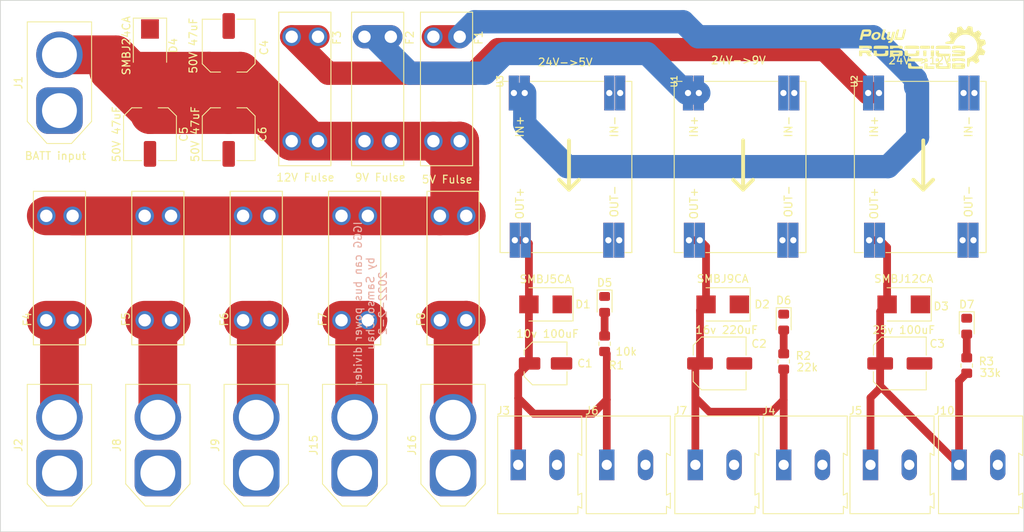
<source format=kicad_pcb>
(kicad_pcb (version 20211014) (generator pcbnew)
  (layers (0 "F.Cu" signal) (31 "B.Cu" signal) (34 "B.Paste" user) (35 "F.Paste" user) (36 "B.SilkS" user "B.Silkscreen") (37 "F.SilkS" user "F.Silkscreen") (38 "B.Mask" user) (39 "F.Mask" user) (44 "Edge.Cuts" user))
  (net 0 "")
  (net 1 "+24V")
  (net 2 "+5V")
  (net 3 "+9V")
  (net 4 "GND")
  (net 5 "+12V")
  (net 6 "Net-(D5-Pad2)")
  (net 7 "Net-(D6-Pad2)")
  (net 8 "GNDPWR")
  (net 9 "Net-(D7-Pad2)")
  (net 10 "Net-(F1-Pad1)")
  (net 11 "Net-(F2-Pad1)")
  (net 12 "Net-(F3-Pad1)")
  (net 13 "Net-(F4-Pad1)")
  (net 14 "Net-(F5-Pad1)")
  (net 15 "Net-(F6-Pad1)")
  (net 16 "Net-(F7-Pad1)")
  (net 17 "Net-(F8-Pad1)")
  (footprint "Capacitor_SMD:C_Elec_6.3x7.7" (layer "F.Cu") (at 87.8865 40.132 -90)
    (fp_text reference "C6" (at 0 -4.35 90) (layer "F.SilkS"))
    (fp_text value "50v 47uF")
    (pad "1" smd roundrect (at -2.5375 0 270) (size 3.325 1.6) (layers "F.Cu" "F.Paste" "F.Mask") (roundrect_rratio 0.15625) (net 1 "+24V"))
    (pad "2" smd roundrect (at 2.5375 0 270) (size 3.325 1.6) (layers "F.Cu" "F.Paste" "F.Mask") (roundrect_rratio 0.15625) (net 4 "GND"))
  )
  (footprint "Capacitor_SMD:C_Elec_6.3x7.7" (layer "F.Cu") (at 87.8865 28.702 90)
    (fp_text reference "C4" (at -0.254 4.572 90) (layer "F.SilkS"))
    (fp_text value "50v 47uF")
    (pad "1" smd roundrect (at -2.5375 0 90) (size 3.325 1.6) (layers "F.Cu" "F.Paste" "F.Mask") (roundrect_rratio 0.15625) (net 1 "+24V"))
    (pad "2" smd roundrect (at 2.5375 0 90) (size 3.325 1.6) (layers "F.Cu" "F.Paste" "F.Mask") (roundrect_rratio 0.15625) (net 4 "GND"))
  )
  (footprint "Capacitor_SMD:C_Elec_6.3x7.7" (layer "F.Cu") (at 151.2505 69.713)
    (fp_text reference "C2" (at 5.08 -2.54) (layer "F.SilkS"))
    (fp_text value "16v 220uF")
    (pad "1" smd roundrect (at -2.5375 0) (size 3.325 1.6) (layers "F.Cu" "F.Paste" "F.Mask") (roundrect_rratio 0.15625) (net 3 "+9V"))
    (pad "2" smd roundrect (at 2.5375 0) (size 3.325 1.6) (layers "F.Cu" "F.Paste" "F.Mask") (roundrect_rratio 0.15625) (net 4 "GND"))
  )
  (footprint "PolyuRobotics:DC-DC-mp1584_module" (layer "F.Cu") (at 168.63375 33.313 -90)
    (fp_text reference "U2" (at 0 0 90) (layer "F.SilkS") (effects (font (size 0.787402 0.787402))))
    (fp_text value "MP1584")
    (fp_text user "IN+" (at 5.842 -2.54 90) (layer "F.SilkS"))
    (fp_text user "IN-" (at 5.842 -14.732 90) (layer "F.SilkS"))
    (fp_text user "OUT-" (at 15.494 -14.732 90) (layer "F.SilkS"))
    (fp_text user "OUT+" (at 15.748 -2.54 90) (layer "F.SilkS"))
    (pad "IN1+" thru_hole rect (at 1.5 -1.778 270) (size 4.5 1.308) (drill 0.8) (layers *.Cu *.Mask) (net 12 "Net-(F3-Pad1)"))
    (pad "IN1-" thru_hole rect (at 1.5 -14.094 270) (size 4.5 1.308) (drill 0.8) (layers *.Cu *.Mask) (net 8 "GNDPWR"))
    (pad "IN2+" thru_hole rect (at 1.5 -3.178 270) (size 4.5 1.308) (drill 0.8) (layers *.Cu *.Mask) (net 12 "Net-(F3-Pad1)"))
    (pad "IN2-" thru_hole rect (at 1.5 -15.494 270) (size 4.5 1.308) (drill 0.8) (layers *.Cu *.Mask) (net 8 "GNDPWR"))
    (pad "OUT1+" thru_hole rect (at 20.5 -1.902 270) (size 4.5 1.308) (drill 0.8) (layers *.Cu *.Mask) (net 5 "+12V"))
    (pad "OUT1-" thru_hole rect (at 20.5 -13.97 270) (size 4.5 1.308) (drill 0.8) (layers *.Cu *.Mask) (net 8 "GNDPWR"))
    (pad "OUT2+" thru_hole rect (at 20.5 -3.302 270) (size 4.5 1.308) (drill 0.8) (layers *.Cu *.Mask) (net 5 "+12V"))
    (pad "OUT2-" thru_hole rect (at 20.5 -15.37 270) (size 4.5 1.308) (drill 0.8) (layers *.Cu *.Mask) (net 8 "GNDPWR"))
  )
  (footprint "Diode_SMD:D_SMB" (layer "F.Cu") (at 175.0085 62.093 180)
    (fp_text reference "D3" (at -4.8235 -0.254) (layer "F.SilkS"))
    (fp_text value "SMBJ12CA")
    (pad "1" smd rect (at -2.15 0 180) (size 2.5 2.3) (layers "F.Cu" "F.Paste" "F.Mask") (net 4 "GND"))
    (pad "2" smd rect (at 2.15 0 180) (size 2.5 2.3) (layers "F.Cu" "F.Paste" "F.Mask") (net 5 "+12V"))
  )
  (footprint "PolyuRobotics:DC-DC-mp1584_module" (layer "F.Cu") (at 145.38375 33.313 -90)
    (fp_text reference "U1" (at 0 0 90) (layer "F.SilkS") (effects (font (size 0.787402 0.787402))))
    (fp_text value "MP1584")
    (fp_text user "OUT-" (at 15.494 -14.732 90) (layer "F.SilkS"))
    (fp_text user "IN-" (at 5.842 -14.732 90) (layer "F.SilkS"))
    (fp_text user "OUT+" (at 15.748 -2.54 90) (layer "F.SilkS"))
    (fp_text user "IN+" (at 5.842 -2.54 90) (layer "F.SilkS"))
    (pad "IN1+" thru_hole rect (at 1.5 -1.778 270) (size 4.5 1.308) (drill 0.8) (layers *.Cu *.Mask) (net 11 "Net-(F2-Pad1)"))
    (pad "IN1-" thru_hole rect (at 1.5 -14.094 270) (size 4.5 1.308) (drill 0.8) (layers *.Cu *.Mask) (net 8 "GNDPWR"))
    (pad "IN2+" thru_hole rect (at 1.5 -3.178 270) (size 4.5 1.308) (drill 0.8) (layers *.Cu *.Mask) (net 11 "Net-(F2-Pad1)"))
    (pad "IN2-" thru_hole rect (at 1.5 -15.494 270) (size 4.5 1.308) (drill 0.8) (layers *.Cu *.Mask) (net 8 "GNDPWR"))
    (pad "OUT1+" thru_hole rect (at 20.5 -1.902 270) (size 4.5 1.308) (drill 0.8) (layers *.Cu *.Mask) (net 3 "+9V"))
    (pad "OUT1-" thru_hole rect (at 20.5 -13.97 270) (size 4.5 1.308) (drill 0.8) (layers *.Cu *.Mask) (net 8 "GNDPWR"))
    (pad "OUT2+" thru_hole rect (at 20.5 -3.302 270) (size 4.5 1.308) (drill 0.8) (layers *.Cu *.Mask) (net 3 "+9V"))
    (pad "OUT2-" thru_hole rect (at 20.5 -15.37 270) (size 4.5 1.308) (drill 0.8) (layers *.Cu *.Mask) (net 8 "GNDPWR"))
  )
  (footprint "Diode_SMD:D_SMB" (layer "F.Cu") (at 77.7265 28.702 -90)
    (fp_text reference "D4" (at 0 -3 90) (layer "F.SilkS"))
    (fp_text value "SMBJ24CA")
    (pad "1" smd rect (at -2.15 0 270) (size 2.5 2.3) (layers "F.Cu" "F.Paste" "F.Mask") (net 4 "GND"))
    (pad "2" smd rect (at 2.15 0 270) (size 2.5 2.3) (layers "F.Cu" "F.Paste" "F.Mask") (net 1 "+24V"))
  )
  (footprint "Diode_SMD:D_SMB" (layer "F.Cu") (at 151.6405 62.093 180)
    (fp_text reference "D2" (at -5.08 0) (layer "F.SilkS"))
    (fp_text value "SMBJ9CA")
    (pad "1" smd rect (at -2.15 0 180) (size 2.5 2.3) (layers "F.Cu" "F.Paste" "F.Mask") (net 4 "GND"))
    (pad "2" smd rect (at 2.15 0 180) (size 2.5 2.3) (layers "F.Cu" "F.Paste" "F.Mask") (net 3 "+9V"))
  )
  (footprint "TerminalBlock:TerminalBlock_Altech_AK300-2_P5.00mm" (layer "F.Cu") (at 125.251 82.804)
    (fp_text reference "J3" (at -1.92 -6.99) (layer "F.SilkS"))
    (fp_text value "+5v")
    (pad "1" thru_hole rect (at 0 0) (size 1.98 3.96) (drill 1.32) (layers *.Cu *.Mask) (net 2 "+5V"))
    (pad "2" thru_hole oval (at 5 0) (size 1.98 3.96) (drill 1.32) (layers *.Cu *.Mask) (net 4 "GND"))
  )
  (footprint "LED_SMD:LED_0805_2012Metric_Pad1.15x1.40mm_HandSolder" (layer "F.Cu") (at 136.4005 62.093 -90)
    (fp_text reference "D5" (at -2.794 0.0025 180) (layer "F.SilkS"))
    (fp_text value "5v_led")
    (pad "1" smd roundrect (at -1.025 0 270) (size 1.15 1.4) (layers "F.Cu" "F.Paste" "F.Mask") (roundrect_rratio 0.217391) (net 4 "GND"))
    (pad "2" smd roundrect (at 1.025 0 270) (size 1.15 1.4) (layers "F.Cu" "F.Paste" "F.Mask") (roundrect_rratio 0.217391) (net 6 "Net-(D5-Pad2)"))
  )
  (footprint "Diode_SMD:D_SMB" (layer "F.Cu") (at 128.7805 62.093 180)
    (fp_text reference "D1" (at -4.8235 0) (layer "F.SilkS"))
    (fp_text value "SMBJ5CA")
    (pad "1" smd rect (at -2.15 0 180) (size 2.5 2.3) (layers "F.Cu" "F.Paste" "F.Mask") (net 4 "GND"))
    (pad "2" smd rect (at 2.15 0 180) (size 2.5 2.3) (layers "F.Cu" "F.Paste" "F.Mask") (net 2 "+5V"))
  )
  (footprint "TerminalBlock:TerminalBlock_Altech_AK300-2_P5.00mm" (layer "F.Cu") (at 159.512 82.804)
    (fp_text reference "J4" (at -1.92 -6.99) (layer "F.SilkS"))
    (fp_text value "+9v")
    (pad "1" thru_hole rect (at 0 0) (size 1.98 3.96) (drill 1.32) (layers *.Cu *.Mask) (net 3 "+9V"))
    (pad "2" thru_hole oval (at 5 0) (size 1.98 3.96) (drill 1.32) (layers *.Cu *.Mask) (net 4 "GND"))
  )
  (footprint "Capacitor_SMD:C_Elec_6.3x7.7" (layer "F.Cu") (at 174.5005 69.713)
    (fp_text reference "C3" (at 4.8235 -2.54) (layer "F.SilkS"))
    (fp_text value "25v 100uF")
    (pad "1" smd roundrect (at -2.5375 0) (size 3.325 1.6) (layers "F.Cu" "F.Paste" "F.Mask") (roundrect_rratio 0.15625) (net 5 "+12V"))
    (pad "2" smd roundrect (at 2.5375 0) (size 3.325 1.6) (layers "F.Cu" "F.Paste" "F.Mask") (roundrect_rratio 0.15625) (net 4 "GND"))
  )
  (footprint "Connector_AMASS:AMASS_XT60-F_1x02_P7.20mm_Vertical" (layer "F.Cu") (at 104.1425 83.864 90)
    (fp_text reference "J15" (at 3.6 -5.3 90) (layer "F.SilkS"))
    (fp_text value "XT60_CH4")
    (pad "1" thru_hole roundrect (at 0 0 90) (size 6 6) (drill 4.5) (layers *.Cu *.Mask) (net 8 "GNDPWR"))
    (pad "2" thru_hole circle (at 7.2 0 90) (size 6 6) (drill 4.5) (layers *.Cu *.Mask) (net 16 "Net-(F7-Pad1)"))
  )
  (footprint "Capacitor_SMD:C_Elec_6.3x7.7" (layer "F.Cu") (at 77.7265 40.132 -90)
    (fp_text reference "C5" (at 0 -4.35 90) (layer "F.SilkS"))
    (fp_text value "50v 47uF")
    (pad "1" smd roundrect (at -2.5375 0 270) (size 3.325 1.6) (layers "F.Cu" "F.Paste" "F.Mask") (roundrect_rratio 0.15625) (net 1 "+24V"))
    (pad "2" smd roundrect (at 2.5375 0 270) (size 3.325 1.6) (layers "F.Cu" "F.Paste" "F.Mask") (roundrect_rratio 0.15625) (net 4 "GND"))
  )
  (footprint "LED_SMD:LED_0805_2012Metric_Pad1.15x1.40mm_HandSolder" (layer "F.Cu") (at 183.134 64.903 -90)
    (fp_text reference "D7" (at -2.794 0.0025 180) (layer "F.SilkS"))
    (fp_text value "12v_led")
    (pad "1" smd roundrect (at -1.025 0 270) (size 1.15 1.4) (layers "F.Cu" "F.Paste" "F.Mask") (roundrect_rratio 0.217391) (net 4 "GND"))
    (pad "2" smd roundrect (at 1.025 0 270) (size 1.15 1.4) (layers "F.Cu" "F.Paste" "F.Mask") (roundrect_rratio 0.217391) (net 9 "Net-(D7-Pad2)"))
  )
  (footprint "Connector_AMASS:AMASS_XT60-F_1x02_P7.20mm_Vertical" (layer "F.Cu") (at 91.4425 83.864 90)
    (fp_text reference "J9" (at 3.6 -5.3 90) (layer "F.SilkS"))
    (fp_text value "XT60_CH3")
    (pad "1" thru_hole roundrect (at 0 0 90) (size 6 6) (drill 4.5) (layers *.Cu *.Mask) (net 8 "GNDPWR"))
    (pad "2" thru_hole circle (at 7.2 0 90) (size 6 6) (drill 4.5) (layers *.Cu *.Mask) (net 15 "Net-(F6-Pad1)"))
  )
  (footprint "LED_SMD:LED_0805_2012Metric_Pad1.15x1.40mm_HandSolder" (layer "F.Cu") (at 159.512 64.379 -90)
    (fp_text reference "D6" (at -2.794 0 180) (layer "F.SilkS"))
    (fp_text value "9v_led")
    (pad "1" smd roundrect (at -1.025 0 270) (size 1.15 1.4) (layers "F.Cu" "F.Paste" "F.Mask") (roundrect_rratio 0.217391) (net 4 "GND"))
    (pad "2" smd roundrect (at 1.025 0 270) (size 1.15 1.4) (layers "F.Cu" "F.Paste" "F.Mask") (roundrect_rratio 0.217391) (net 7 "Net-(D6-Pad2)"))
  )
  (footprint "PolyuRobotics:FUSE_3557-2" (layer "F.Cu") (at 97.712 34.29 -90)
    (fp_text reference "F3" (at -6.61381 -4.14052 90) (layer "F.SilkS") (effects (font (size 1.001339 1.001339))))
    (fp_text value "3557-2")
    (pad "1" thru_hole circle (at -6.735 -1.7 270) (size 2.4 2.4) (drill 1.6) (layers *.Cu *.Mask) (net 12 "Net-(F3-Pad1)"))
    (pad "1" thru_hole circle (at -6.735 1.7 270) (size 2.4 2.4) (drill 1.6) (layers *.Cu *.Mask) (net 12 "Net-(F3-Pad1)"))
    (pad "2" thru_hole circle (at 6.735 1.7 270) (size 2.4 2.4) (drill 1.6) (layers *.Cu *.Mask) (net 1 "+24V"))
    (pad "2" thru_hole circle (at 6.735 -1.7 270) (size 2.4 2.4) (drill 1.6) (layers *.Cu *.Mask) (net 1 "+24V"))
  )
  (footprint "PolyuRobotics:FUSE_3557-2" (layer "F.Cu") (at 116.8425 57.404 90)
    (fp_text reference "F8" (at -6.61381 -4.14052 90) (layer "F.SilkS") (effects (font (size 1.001339 1.001339))))
    (fp_text value "3557-2")
    (pad "1" thru_hole circle (at -6.735 -1.7 90) (size 2.4 2.4) (drill 1.6) (layers *.Cu *.Mask) (net 17 "Net-(F8-Pad1)"))
    (pad "1" thru_hole circle (at -6.735 1.7 90) (size 2.4 2.4) (drill 1.6) (layers *.Cu *.Mask) (net 17 "Net-(F8-Pad1)"))
    (pad "2" thru_hole circle (at 6.735 -1.7 90) (size 2.4 2.4) (drill 1.6) (layers *.Cu *.Mask) (net 1 "+24V"))
    (pad "2" thru_hole circle (at 6.735 1.7 90) (size 2.4 2.4) (drill 1.6) (layers *.Cu *.Mask) (net 1 "+24V"))
  )
  (footprint "Resistor_SMD:R_0805_2012Metric_Pad1.20x1.40mm_HandSolder" (layer "F.Cu") (at 183.134 69.983 90)
    (fp_text reference "R3" (at 0.524 2.54 180) (layer "F.SilkS"))
    (fp_text value "33k")
    (pad "1" smd roundrect (at -1 0 90) (size 1.2 1.4) (layers "F.Cu" "F.Paste" "F.Mask") (roundrect_rratio 0.208333) (net 5 "+12V"))
    (pad "2" smd roundrect (at 1 0 90) (size 1.2 1.4) (layers "F.Cu" "F.Paste" "F.Mask") (roundrect_rratio 0.208333) (net 9 "Net-(D7-Pad2)"))
  )
  (footprint "Resistor_SMD:R_0805_2012Metric_Pad1.20x1.40mm_HandSolder" (layer "F.Cu") (at 136.4005 67.173 90)
    (fp_text reference "R1" (at -2.794 1.5215 180) (layer "F.SilkS"))
    (fp_text value "10k")
    (pad "1" smd roundrect (at -1 0 90) (size 1.2 1.4) (layers "F.Cu" "F.Paste" "F.Mask") (roundrect_rratio 0.208333) (net 2 "+5V"))
    (pad "2" smd roundrect (at 1 0 90) (size 1.2 1.4) (layers "F.Cu" "F.Paste" "F.Mask") (roundrect_rratio 0.208333) (net 6 "Net-(D5-Pad2)"))
  )
  (footprint "TerminalBlock:TerminalBlock_Altech_AK300-2_P5.00mm" (layer "F.Cu") (at 170.717 82.804)
    (fp_text reference "J5" (at -1.92 -6.99) (layer "F.SilkS"))
    (fp_text value "+12v")
    (pad "1" thru_hole rect (at 0 0) (size 1.98 3.96) (drill 1.32) (layers *.Cu *.Mask) (net 5 "+12V"))
    (pad "2" thru_hole oval (at 5 0) (size 1.98 3.96) (drill 1.32) (layers *.Cu *.Mask) (net 4 "GND"))
  )
  (footprint "Resistor_SMD:R_0805_2012Metric_Pad1.20x1.40mm_HandSolder" (layer "F.Cu") (at 159.512 69.459 90)
    (fp_text reference "R2" (at 0.735064 2.54 180) (layer "F.SilkS"))
    (fp_text value "22k")
    (pad "1" smd roundrect (at -1 0 90) (size 1.2 1.4) (layers "F.Cu" "F.Paste" "F.Mask") (roundrect_rratio 0.208333) (net 3 "+9V"))
    (pad "2" smd roundrect (at 1 0 90) (size 1.2 1.4) (layers "F.Cu" "F.Paste" "F.Mask") (roundrect_rratio 0.208333) (net 7 "Net-(D6-Pad2)"))
  )
  (footprint "PolyuRobotics:DC-DC-mp1584_module" (layer "F.Cu") (at 122.91375 33.313 -90)
    (fp_text reference "U3" (at 0 0 90) (layer "F.SilkS") (effects (font (size 0.787402 0.787402))))
    (fp_text value "MP1584")
    (fp_text user "IN+" (at 5.842 -2.54 90) (layer "F.SilkS"))
    (fp_text user "IN-" (at 5.842 -14.732 90) (layer "F.SilkS"))
    (fp_text user "OUT-" (at 15.494 -14.732 90) (layer "F.SilkS"))
    (fp_text user "OUT+" (at 15.748 -2.54 90) (layer "F.SilkS"))
    (pad "IN1+" thru_hole rect (at 1.5 -1.778 270) (size 4.5 1.308) (drill 0.8) (layers *.Cu *.Mask) (net 10 "Net-(F1-Pad1)"))
    (pad "IN1-" thru_hole rect (at 1.5 -14.094 270) (size 4.5 1.308) (drill 0.8) (layers *.Cu *.Mask) (net 8 "GNDPWR"))
    (pad "IN2+" thru_hole rect (at 1.5 -3.178 270) (size 4.5 1.308) (drill 0.8) (layers *.Cu *.Mask) (net 10 "Net-(F1-Pad1)"))
    (pad "IN2-" thru_hole rect (at 1.5 -15.494 270) (size 4.5 1.308) (drill 0.8) (layers *.Cu *.Mask) (net 8 "GNDPWR"))
    (pad "OUT1+" thru_hole rect (at 20.5 -1.902 270) (size 4.5 1.308) (drill 0.8) (layers *.Cu *.Mask) (net 2 "+5V"))
    (pad "OUT1-" thru_hole rect (at 20.5 -13.97 270) (size 4.5 1.308) (drill 0.8) (layers *.Cu *.Mask) (net 8 "GNDPWR"))
    (pad "OUT2+" thru_hole rect (at 20.5 -3.302 270) (size 4.5 1.308) (drill 0.8) (layers *.Cu *.Mask) (net 2 "+5V"))
    (pad "OUT2-" thru_hole rect (at 20.5 -15.37 270) (size 4.5 1.308) (drill 0.8) (layers *.Cu *.Mask) (net 8 "GNDPWR"))
  )
  (footprint "TerminalBlock:TerminalBlock_Altech_AK300-2_P5.00mm" (layer "F.Cu") (at 182.147 82.804)
    (fp_text reference "J10" (at -1.92 -6.99) (layer "F.SilkS"))
    (fp_text value "+12v")
    (pad "1" thru_hole rect (at 0 0) (size 1.98 3.96) (drill 1.32) (layers *.Cu *.Mask) (net 5 "+12V"))
    (pad "2" thru_hole oval (at 5 0) (size 1.98 3.96) (drill 1.32) (layers *.Cu *.Mask) (net 4 "GND"))
  )
  (footprint "PolyuRobotics:FUSE_3557-2" (layer "F.Cu") (at 107.11 34.29 -90)
    (fp_text reference "F2" (at -6.61381 -4.14052 90) (layer "F.SilkS") (effects (font (size 1.001339 1.001339))))
    (fp_text value "3557-2")
    (pad "1" thru_hole circle (at -6.735 -1.7 270) (size 2.4 2.4) (drill 1.6) (layers *.Cu *.Mask) (net 11 "Net-(F2-Pad1)"))
    (pad "1" thru_hole circle (at -6.735 1.7 270) (size 2.4 2.4) (drill 1.6) (layers *.Cu *.Mask) (net 11 "Net-(F2-Pad1)"))
    (pad "2" thru_hole circle (at 6.735 -1.7 270) (size 2.4 2.4) (drill 1.6) (layers *.Cu *.Mask) (net 1 "+24V"))
    (pad "2" thru_hole circle (at 6.735 1.7 270) (size 2.4 2.4) (drill 1.6) (layers *.Cu *.Mask) (net 1 "+24V"))
  )
  (footprint "PolyuRobotics:FUSE_3557-2" (layer "F.Cu") (at 104.1425 57.404 90)
    (fp_text reference "F7" (at -6.61381 -4.14052 90) (layer "F.SilkS") (effects (font (size 1.001339 1.001339))))
    (fp_text value "3557-2")
    (pad "1" thru_hole circle (at -6.735 1.7 90) (size 2.4 2.4) (drill 1.6) (layers *.Cu *.Mask) (net 16 "Net-(F7-Pad1)"))
    (pad "1" thru_hole circle (at -6.735 -1.7 90) (size 2.4 2.4) (drill 1.6) (layers *.Cu *.Mask) (net 16 "Net-(F7-Pad1)"))
    (pad "2" thru_hole circle (at 6.735 1.7 90) (size 2.4 2.4) (drill 1.6) (layers *.Cu *.Mask) (net 1 "+24V"))
    (pad "2" thru_hole circle (at 6.735 -1.7 90) (size 2.4 2.4) (drill 1.6) (layers *.Cu *.Mask) (net 1 "+24V"))
  )
  (footprint "PolyuRobotics:FUSE_3557-2" (layer "F.Cu") (at 78.7425 57.404 90)
    (fp_text reference "F5" (at -6.61381 -4.14052 90) (layer "F.SilkS") (effects (font (size 1.001339 1.001339))))
    (fp_text value "3557-2")
    (pad "1" thru_hole circle (at -6.735 -1.7 90) (size 2.4 2.4) (drill 1.6) (layers *.Cu *.Mask) (net 14 "Net-(F5-Pad1)"))
    (pad "1" thru_hole circle (at -6.735 1.7 90) (size 2.4 2.4) (drill 1.6) (layers *.Cu *.Mask) (net 14 "Net-(F5-Pad1)"))
    (pad "2" thru_hole circle (at 6.735 1.7 90) (size 2.4 2.4) (drill 1.6) (layers *.Cu *.Mask) (net 1 "+24V"))
    (pad "2" thru_hole circle (at 6.735 -1.7 90) (size 2.4 2.4) (drill 1.6) (layers *.Cu *.Mask) (net 1 "+24V"))
  )
  (footprint "Capacitor_SMD:C_Elec_5x5.4" (layer "F.Cu") (at 128.7805 69.713)
    (fp_text reference "C1" (at 5.0775 0) (layer "F.SilkS"))
    (fp_text value "10v 100uF")
    (pad "1" smd roundrect (at -2.0625 0) (size 2.775 1.6) (layers "F.Cu" "F.Paste" "F.Mask") (roundrect_rratio 0.15625) (net 2 "+5V"))
    (pad "2" smd roundrect (at 2.0625 0) (size 2.775 1.6) (layers "F.Cu" "F.Paste" "F.Mask") (roundrect_rratio 0.15625) (net 4 "GND"))
  )
  (footprint "Connector_AMASS:AMASS_XT60-M_1x02_P7.20mm_Vertical" (layer "F.Cu") (at 66.0425 37.084 90)
    (fp_text reference "J1" (at 3.6 -5.3 90) (layer "F.SilkS"))
    (fp_text value "XT60_IN")
    (pad "1" thru_hole roundrect (at 0 0 90) (size 6 6) (drill 4.5) (layers *.Cu *.Mask) (net 8 "GNDPWR"))
    (pad "2" thru_hole circle (at 7.2 0 90) (size 6 6) (drill 4.5) (layers *.Cu *.Mask) (net 1 "+24V"))
  )
  (footprint "PolyuRobotics:FUSE_3557-2" (layer "F.Cu") (at 66.0425 57.404 90)
    (fp_text reference "F4" (at -6.61381 -4.14052 90) (layer "F.SilkS") (effects (font (size 1.001339 1.001339))))
    (fp_text value "3557-2")
    (pad "1" thru_hole circle (at -6.735 -1.7 90) (size 2.4 2.4) (drill 1.6) (layers *.Cu *.Mask) (net 13 "Net-(F4-Pad1)"))
    (pad "1" thru_hole circle (at -6.735 1.7 90) (size 2.4 2.4) (drill 1.6) (layers *.Cu *.Mask) (net 13 "Net-(F4-Pad1)"))
    (pad "2" thru_hole circle (at 6.735 -1.7 90) (size 2.4 2.4) (drill 1.6) (layers *.Cu *.Mask) (net 1 "+24V"))
    (pad "2" thru_hole circle (at 6.735 1.7 90) (size 2.4 2.4) (drill 1.6) (layers *.Cu *.Mask) (net 1 "+24V"))
  )
  (footprint "Connector_AMASS:AMASS_XT60-F_1x02_P7.20mm_Vertical" (layer "F.Cu") (at 116.8425 83.864 90)
    (fp_text reference "J16" (at 3.6 -5.3 90) (layer "F.SilkS"))
    (fp_text value "XT60_CH5")
    (pad "1" thru_hole roundrect (at 0 0 90) (size 6 6) (drill 4.5) (layers *.Cu *.Mask) (net 8 "GNDPWR"))
    (pad "2" thru_hole circle (at 7.2 0 90) (size 6 6) (drill 4.5) (layers *.Cu *.Mask) (net 17 "Net-(F8-Pad1)"))
  )
  (footprint "Connector_AMASS:AMASS_XT60-F_1x02_P7.20mm_Vertical" (layer "F.Cu") (at 66.0425 83.864 90)
    (fp_text reference "J2" (at 3.6 -5.3 90) (layer "F.SilkS"))
    (fp_text value "XT60_CH1")
    (pad "1" thru_hole roundrect (at 0 0 90) (size 6 6) (drill 4.5) (layers *.Cu *.Mask) (net 8 "GNDPWR"))
    (pad "2" thru_hole circle (at 7.2 0 90) (size 6 6) (drill 4.5) (layers *.Cu *.Mask) (net 13 "Net-(F4-Pad1)"))
  )
  (footprint "TerminalBlock:TerminalBlock_Altech_AK300-2_P5.00mm" (layer "F.Cu") (at 148.111 82.804)
    (fp_text reference "J7" (at -1.92 -6.99) (layer "F.SilkS"))
    (fp_text value "+9v")
    (pad "1" thru_hole rect (at 0 0) (size 1.98 3.96) (drill 1.32) (layers *.Cu *.Mask) (net 3 "+9V"))
    (pad "2" thru_hole oval (at 5 0) (size 1.98 3.96) (drill 1.32) (layers *.Cu *.Mask) (net 4 "GND"))
  )
  (footprint "TerminalBlock:TerminalBlock_Altech_AK300-2_P5.00mm" (layer "F.Cu") (at 136.681 82.804)
    (fp_text reference "J6" (at -1.92 -6.99) (layer "F.SilkS"))
    (fp_text value "+5v")
    (pad "1" thru_hole rect (at 0 0) (size 1.98 3.96) (drill 1.32) (layers *.Cu *.Mask) (net 2 "+5V"))
    (pad "2" thru_hole oval (at 5 0) (size 1.98 3.96) (drill 1.32) (layers *.Cu *.Mask) (net 4 "GND"))
  )
  (footprint "Connector_AMASS:AMASS_XT60-F_1x02_P7.20mm_Vertical" (layer "F.Cu") (at 78.7425 83.864 90)
    (fp_text reference "J8" (at 3.6 -5.3 90) (layer "F.SilkS"))
    (fp_text value "XT60_CH2")
    (pad "1" thru_hole roundrect (at 0 0 90) (size 6 6) (drill 4.5) (layers *.Cu *.Mask) (net 8 "GNDPWR"))
    (pad "2" thru_hole circle (at 7.2 0 90) (size 6 6) (drill 4.5) (layers *.Cu *.Mask) (net 14 "Net-(F5-Pad1)"))
  )
  (footprint "PolyuRobotics:FUSE_3557-2" (layer "F.Cu") (at 91.4425 57.404 90)
    (fp_text reference "F6" (at -6.61381 -4.14052 90) (layer "F.SilkS") (effects (font (size 1.001339 1.001339))))
    (fp_text value "3557-2")
    (pad "1" thru_hole circle (at -6.735 -1.7 90) (size 2.4 2.4) (drill 1.6) (layers *.Cu *.Mask) (net 15 "Net-(F6-Pad1)"))
    (pad "1" thru_hole circle (at -6.735 1.7 90) (size 2.4 2.4) (drill 1.6) (layers *.Cu *.Mask) (net 15 "Net-(F6-Pad1)"))
    (pad "2" thru_hole circle (at 6.735 -1.7 90) (size 2.4 2.4) (drill 1.6) (layers *.Cu *.Mask) (net 1 "+24V"))
    (pad "2" thru_hole circle (at 6.735 1.7 90) (size 2.4 2.4) (drill 1.6) (layers *.Cu *.Mask) (net 1 "+24V"))
  )
  (footprint "PolyuRobotics:FUSE_3557-2" (layer "F.Cu") (at 116 34.29 -90)
    (fp_text reference "F1" (at -6.61381 -4.14052 90) (layer "F.SilkS") (effects (font (size 1.001339 1.001339))))
    (fp_text value "3557-2")
    (pad "1" thru_hole circle (at -6.735 1.7 270) (size 2.4 2.4) (drill 1.6) (layers *.Cu *.Mask) (net 10 "Net-(F1-Pad1)"))
    (pad "1" thru_hole circle (at -6.735 -1.7 270) (size 2.4 2.4) (drill 1.6) (layers *.Cu *.Mask) (net 10 "Net-(F1-Pad1)"))
    (pad "2" thru_hole circle (at 6.735 1.7 270) (size 2.4 2.4) (drill 1.6) (layers *.Cu *.Mask) (net 1 "+24V"))
    (pad "2" thru_hole circle (at 6.735 -1.7 270) (size 2.4 2.4) (drill 1.6) (layers *.Cu *.Mask) (net 1 "+24V"))
  )
  (footprint "PolyuRobotics:Club_logo" (layer "F.Cu") (at 177.5485 29.21)
    (fp_text reference "G***" hide)
    (fp_text value "LOGO" hide)
  )
  (gr_poly (pts (xy 190.5 91.44) (xy 58.42 91.44) (xy 58.42 22.86) (xy 190.5 22.86)) (layer "Edge.Cuts") (width 0.1) (fill none))
  (gr_text "IGGG can bus power divider\nby SamsonChau\n2022-2-2" (at 106.172 61.976 90) (layer "B.SilkS") (effects (font (size 1 1)) (justify mirror)))
  (gr_text "10k" (at 139.192 68.189) (layer "F.SilkS") (effects (font (size 1 1))))
  (gr_text "25v 100uF" (at 175.006 65.395) (layer "F.SilkS") (effects (font (size 1 1))))
  (gr_text "5V Fulse" (at 116.078 45.974) (layer "F.SilkS") (effects (font (size 1 1))))
  (gr_text "BATT input" (at 65.5345 42.926) (layer "F.SilkS") (effects (font (size 1 1))))
  (gr_text "50V 47uF" (at 83.566 40.132 90) (layer "F.SilkS") (effects (font (size 1 1))))
  (gr_text "16v 220uF" (at 152.146 65.395) (layer "F.SilkS") (effects (font (size 1 1))))
  (gr_text "24V->9V" (at 153.67 30.597) (layer "F.SilkS") (effects (font (size 1 1))))
  (gr_text "SMBJ12CA" (at 175.006 58.791) (layer "F.SilkS") (effects (font (size 1 1))))
  (gr_text "9V Fulse" (at 107.442 45.72) (layer "F.SilkS") (effects (font (size 1 1))))
  (gr_text "24V->5V" (at 131.318 30.851) (layer "F.SilkS") (effects (font (size 1 1))))
  (gr_text "12V Fulse" (at 97.79 45.72) (layer "F.SilkS") (effects (font (size 1 1))))
  (gr_text "33k\n\n" (at 186.182 71.745) (layer "F.SilkS") (effects (font (size 1 1))))
  (gr_text "10v 100uF" (at 129.032 65.903) (layer "F.SilkS") (effects (font (size 1 1))))
  (gr_text "SMBJ5CA" (at 128.778 58.843) (layer "F.SilkS") (effects (font (size 1 1))))
  (gr_text "SMBJ24CA" (at 74.676 28.702 90) (layer "F.SilkS") (effects (font (size 1 1))))
  (gr_text "50V 47uF" (at 73.406 40.132 90) (layer "F.SilkS") (effects (font (size 1 1))))
  (gr_text "22k" (at 162.56 70.221) (layer "F.SilkS") (effects (font (size 1 1))))
  (gr_text "SMBJ9CA" (at 151.638 58.791) (layer "F.SilkS") (effects (font (size 1 1))))
  (gr_text "24V->12V" (at 177.038 30.597) (layer "F.SilkS") (effects (font (size 1 1))))
  (gr_text "50V 47uF" (at 83.312 28.702 90) (layer "F.SilkS") (effects (font (size 1 1))))
  (segment (start 89.4105 32.004) (end 98.1245 40.718) (width 5) (layer "F.Cu") (net 1))
  (segment (start 85.3465 32.004) (end 89.4105 32.004) (width 5) (layer "F.Cu") (net 1))
  (segment (start 116.4125 41.025) (end 116.4125 49.399) (width 5) (layer "F.Cu") (net 1))
  (segment (start 75.4405 32.004) (end 72.40514 32.004) (width 5) (layer "F.Cu") (net 1))
  (segment (start 116.4125 49.399) (end 115.1425 50.669) (width 5) (layer "F.Cu") (net 1))
  (segment (start 73.3205 29.884) (end 75.4405 32.004) (width 5) (layer "F.Cu") (net 1))
  (segment (start 118.5425 50.669) (end 69.4675 50.669) (width 5) (layer "F.Cu") (net 1))
  (segment (start 92.5815 37.5945) (end 96.012 41.025) (width 5) (layer "F.Cu") (net 1))
  (segment (start 96.012 41.025) (end 117.7 41.025) (width 5) (layer "F.Cu") (net 1))
  (segment (start 87.8865 37.5945) (end 87.8865 36.5735) (width 5) (layer "F.Cu") (net 1))
  (segment (start 69.4675 50.669) (end 64.3425 50.669) (width 5) (layer "F.Cu") (net 1))
  (segment (start 117.7 49.8265) (end 118.5425 50.669) (width 5) (layer "F.Cu") (net 1))
  (segment (start 117.7 44.425) (end 117.7 45.999) (width 5) (layer "F.Cu") (net 1))
  (segment (start 117.7 41.025) (end 117.7 49.8265) (width 5) (layer "F.Cu") (net 1))
  (segment (start 67.7425 50.669) (end 69.4675 50.669) (width 5) (layer "F.Cu") (net 1))
  (segment (start 85.3465 32.004) (end 83.317 32.004) (width 5) (layer "F.Cu") (net 1))
  (segment (start 77.7265 37.32536) (end 72.40514 32.004) (width 5) (layer "F.Cu") (net 1))
  (segment (start 83.317 32.004) (end 77.7265 37.5945) (width 5) (layer "F.Cu") (net 1))
  (segment (start 72.40514 32.004) (end 85.3465 32.004) (width 5) (layer "F.Cu") (net 1))
  (segment (start 77.7265 37.5945) (end 77.7265 37.32536) (width 5) (layer "F.Cu") (net 1))
  (segment (start 114.3 41.025) (end 117.7 44.425) (width 5) (layer "F.Cu") (net 1))
  (segment (start 96.012 40.718) (end 96.012 41.025) (width 5) (layer "F.Cu") (net 1))
  (segment (start 87.8865 37.5945) (end 77.7265 37.5945) (width 5) (layer "F.Cu") (net 1))
  (segment (start 117.7 41.025) (end 117.7 45.134) (width 5) (layer "F.Cu") (net 1))
  (segment (start 87.8865 37.5945) (end 94.694 37.5945) (width 5) (layer "F.Cu") (net 1))
  (segment (start 87.8865 36.5735) (end 83.317 32.004) (width 5) (layer "F.Cu") (net 1))
  (segment (start 117.7 45.999) (end 117.7 45.134) (width 5) (layer "F.Cu") (net 1))
  (segment (start 117.7 44.425) (end 117.7 45.134) (width 5) (layer "F.Cu") (net 1))
  (segment (start 66.0425 29.884) (end 73.3205 29.884) (width 5) (layer "F.Cu") (net 1))
  (segment (start 136.681 74.393) (end 136.681 82.804) (width 1) (layer "F.Cu") (net 2))
  (segment (start 125.251 74.197) (end 125.251 82.804) (width 1) (layer "F.Cu") (net 2))
  (segment (start 125.251 74.197) (end 127.254 76.2) (width 1) (layer "F.Cu") (net 2))
  (segment (start 126.6305 54.22775) (end 126.21575 53.813) (width 1) (layer "F.Cu") (net 2))
  (segment (start 126.21575 53.813) (end 124.81575 53.813) (width 1) (layer "F.Cu") (net 2))
  (segment (start 134.874 76.2) (end 136.681 74.393) (width 1) (layer "F.Cu") (net 2))
  (segment (start 125.251 71.18) (end 125.251 74.197) (width 1) (layer "F.Cu") (net 2))
  (segment (start 126.6305 62.093) (end 126.6305 69.6255) (width 1) (layer "F.Cu") (net 2))
  (segment (start 127.254 76.2) (end 134.874 76.2) (width 1) (layer "F.Cu") (net 2))
  (segment (start 136.681 68.4535) (end 136.681 74.393) (width 1) (layer "F.Cu") (net 2))
  (segment (start 126.718 69.713) (end 125.251 71.18) (width 1) (layer "F.Cu") (net 2))
  (segment (start 136.4005 68.173) (end 136.681 68.4535) (width 1) (layer "F.Cu") (net 2))
  (segment (start 126.6305 69.6255) (end 126.718 69.713) (width 1) (layer "F.Cu") (net 2))
  (segment (start 126.6305 62.093) (end 126.6305 54.22775) (width 1) (layer "F.Cu") (net 2))
  (segment (start 148.713 69.713) (end 148.111 70.315) (width 1) (layer "F.Cu") (net 3))
  (segment (start 148.111 74.139) (end 148.111 82.804) (width 1) (layer "F.Cu") (net 3))
  (segment (start 159.512 74.422) (end 159.512 82.804) (width 1) (layer "F.Cu") (net 3))
  (segment (start 148.111 74.139) (end 149.918 75.946) (width 1) (layer "F.Cu") (net 3))
  (segment (start 148.111 70.315) (end 148.111 74.139) (width 1) (layer "F.Cu") (net 3))
  (segment (start 149.4905 54.61775) (end 148.68575 53.813) (width 1) (layer "F.Cu") (net 3))
  (segment (start 159.512 70.459) (end 159.512 74.422) (width 1) (layer "F.Cu") (net 3))
  (segment (start 159.6505 70.5975) (end 159.512 70.459) (width 1) (layer "F.Cu") (net 3))
  (segment (start 149.4905 62.093) (end 149.4905 54.61775) (width 1) (layer "F.Cu") (net 3))
  (segment (start 148.713 69.713) (end 148.713 62.8705) (width 1) (layer "F.Cu") (net 3))
  (segment (start 148.713 62.8705) (end 149.4905 62.093) (width 1) (layer "F.Cu") (net 3))
  (segment (start 157.988 75.946) (end 159.512 74.422) (width 1) (layer "F.Cu") (net 3))
  (segment (start 149.918 75.946) (end 157.988 75.946) (width 1) (layer "F.Cu") (net 3))
  (segment (start 148.68575 53.813) (end 147.28575 53.813) (width 1) (layer "F.Cu") (net 3))
  (segment (start 171.963 62.9885) (end 172.8585 62.093) (width 1) (layer "F.Cu") (net 5))
  (segment (start 172.8585 54.73575) (end 171.93575 53.813) (width 1) (layer "F.Cu") (net 5))
  (segment (start 170.717 74.139) (end 170.717 82.804) (width 1) (layer "F.Cu") (net 5))
  (segment (start 171.963 72.893) (end 170.717 74.139) (width 1) (layer "F.Cu") (net 5))
  (segment (start 171.963 72.62) (end 171.963 69.713) (width 1) (layer "F.Cu") (net 5))
  (segment (start 182.147 71.97) (end 183.134 70.983) (width 1) (layer "F.Cu") (net 5))
  (segment (start 171.963 69.713) (end 171.963 72.893) (width 1) (layer "F.Cu") (net 5))
  (segment (start 172.0085 69.7585) (end 171.963 69.713) (width 1) (layer "F.Cu") (net 5))
  (segment (start 171.93575 53.813) (end 170.53575 53.813) (width 1) (layer "F.Cu") (net 5))
  (segment (start 172.8585 62.093) (end 172.8585 54.73575) (width 1) (layer "F.Cu") (net 5))
  (segment (start 182.147 82.804) (end 182.147 71.97) (width 1) (layer "F.Cu") (net 5))
  (segment (start 182.147 82.804) (end 171.963 72.62) (width 1) (layer "F.Cu") (net 5))
  (segment (start 171.963 69.713) (end 171.963 62.9885) (width 1) (layer "F.Cu") (net 5))
  (segment (start 136.4005 66.173) (end 136.4005 63.118) (width 1) (layer "F.Cu") (net 6))
  (segment (start 159.512 65.404) (end 159.512 68.459) (width 1) (layer "F.Cu") (net 7))
  (segment (start 183.134 65.928) (end 183.134 68.983) (width 1) (layer "F.Cu") (net 9))
  (segment (start 114.3 27.555) (end 117.7 27.555) (width 3) (layer "F.Cu") (net 10))
  (segment (start 176.7865 40.503) (end 176.7865 33.645) (width 3) (layer "B.Cu") (net 10))
  (segment (start 126.09175 34.813) (end 126.09175 38.83025) (width 3) (layer "B.Cu") (net 10))
  (segment (start 146.523481 25.619481) (end 119.635519 25.619481) (width 3) (layer "B.Cu") (net 10))
  (segment (start 172.9765 44.313) (end 176.7865 40.503) (width 3) (layer "B.Cu") (net 10))
  (segment (start 126.09175 38.83025) (end 131.5745 44.313) (width 3) (layer "B.Cu") (net 10))
  (segment (start 176.53 33.0175) (end 171.0675 27.555) (width 3) (layer "B.Cu") (net 10))
  (segment (start 148.459 27.555) (end 146.523481 25.619481) (width 3) (layer "B.Cu") (net 10))
  (segment (start 171.0675 27.555) (end 148.459 27.555) (width 3) (layer "B.Cu") (net 10))
  (segment (start 119.635519 25.619481) (end 117.7 27.555) (width 3) (layer "B.Cu") (net 10))
  (segment (start 131.5745 44.313) (end 172.9765 44.313) (width 3) (layer "B.Cu") (net 10))
  (segment (start 176.53 34.036) (end 176.53 33.0175) (width 3) (layer "B.Cu") (net 10))
  (segment (start 105.41 27.555) (end 108.81 27.555) (width 3) (layer "F.Cu") (net 11))
  (segment (start 108.81 27.555) (end 105.41 27.555) (width 3) (layer "B.Cu") (net 11))
  (segment (start 146.9665 34.813) (end 148.56175 34.813) (width 3) (layer "B.Cu") (net 11))
  (segment (start 141.8715 29.718) (end 146.9665 34.813) (width 3) (layer "B.Cu") (net 11))
  (segment (start 120.943728 32.258) (end 123.483728 29.718) (width 3) (layer "B.Cu") (net 11))
  (segment (start 106.934 27.94) (end 111.252 32.258) (width 3) (layer "B.Cu") (net 11))
  (segment (start 123.483728 29.718) (end 141.8715 29.718) (width 3) (layer "B.Cu") (net 11))
  (segment (start 111.252 32.258) (end 120.943728 32.258) (width 3) (layer "B.Cu") (net 11))
  (segment (start 96.012 27.555) (end 99.412 27.555) (width 3) (layer "F.Cu") (net 12))
  (segment (start 164.846 29.21) (end 122.682 29.21) (width 3) (layer "F.Cu") (net 12))
  (segment (start 122.682 29.21) (end 119.634 32.258) (width 3) (layer "F.Cu") (net 12))
  (segment (start 100.715 32.258) (end 96.012 27.555) (width 3) (layer "F.Cu") (net 12))
  (segment (start 119.634 32.258) (end 100.715 32.258) (width 3) (layer "F.Cu") (net 12))
  (segment (start 170.41175 34.813) (end 164.92575 29.327) (width 3) (layer "F.Cu") (net 12))
  (segment (start 66.0425 65.024) (end 66.0425 76.664) (width 5) (layer "F.Cu") (net 13))
  (segment (start 67.7425 64.139) (end 64.3425 64.139) (width 5) (layer "F.Cu") (net 13))
  (segment (start 78.7425 65.839) (end 80.4425 64.139) (width 5) (layer "F.Cu") (net 14))
  (segment (start 77.0425 64.139) (end 80.4425 64.139) (width 5) (layer "F.Cu") (net 14))
  (segment (start 78.7425 76.664) (end 78.7425 65.839) (width 5) (layer "F.Cu") (net 14))
  (segment (start 91.4425 65.839) (end 93.1425 64.139) (width 5) (layer "F.Cu") (net 15))
  (segment (start 93.1425 64.139) (end 89.7425 64.139) (width 5) (layer "F.Cu") (net 15))
  (segment (start 91.4425 76.664) (end 91.4425 65.839) (width 5) (layer "F.Cu") (net 15))
  (segment (start 104.1425 65.839) (end 105.8425 64.139) (width 5) (layer "F.Cu") (net 16))
  (segment (start 104.1425 76.664) (end 104.1425 65.839) (width 5) (layer "F.Cu") (net 16))
  (segment (start 102.4425 64.139) (end 105.8425 64.139) (width 5) (layer "F.Cu") (net 16))
  (segment (start 116.8425 65.839) (end 118.5425 64.139) (width 5) (layer "F.Cu") (net 17))
  (segment (start 116.8425 76.664) (end 116.8425 65.839) (width 5) (layer "F.Cu") (net 17))
  (segment (start 115.1425 64.139) (end 118.5425 64.139) (width 5) (layer "F.Cu") (net 17))
)
</source>
